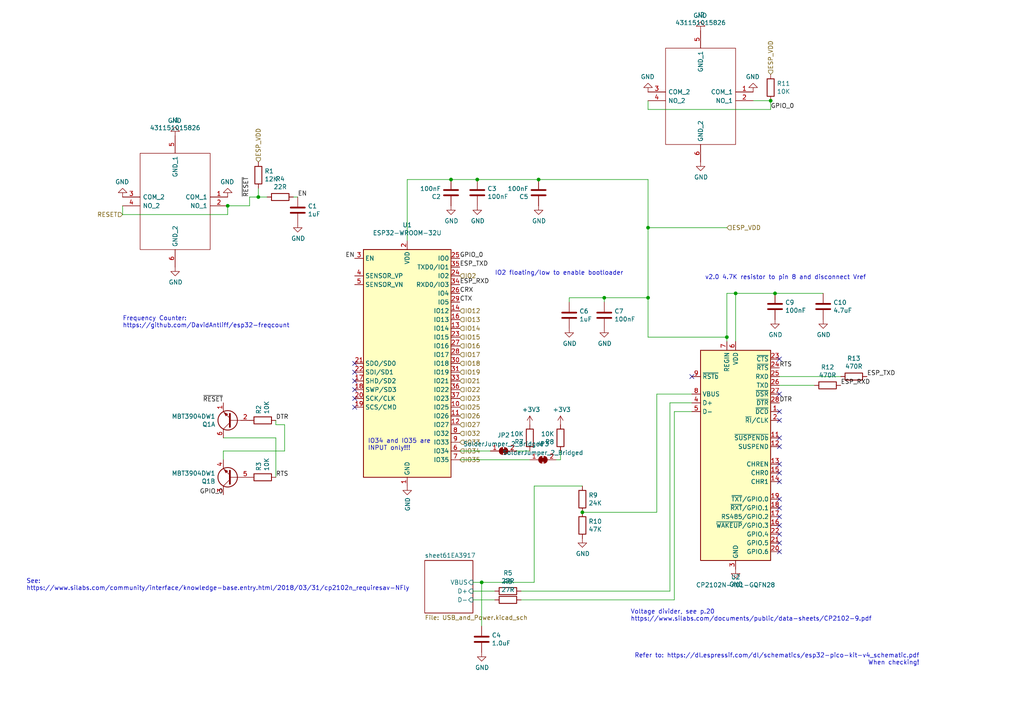
<source format=kicad_sch>
(kicad_sch (version 20211123) (generator eeschema)
  (paper "A4")
  (lib_symbols
    (symbol "Device:C" (pin_numbers hide) (pin_names (offset 0.254))
      (property "Reference" "C" (at 0.635 2.54 0))
      (property "Value" "C" (at 0.635 -2.54 0))
      (symbol "C_0_1"
        (polyline (pts (xy -2.032 -0.762) (xy 2.032 -0.762)) (stroke (width 0.508)))
        (polyline (pts (xy -2.032 0.762) (xy 2.032 0.762)) (stroke (width 0.508)))
      )
      (symbol "C_1_1"
        (pin passive line (at 0 3.81 270) (length 2.794) (name "~") (number "1"))
        (pin passive line (at 0 -3.81 90) (length 2.794) (name "~") (number "2"))
      )
    )
    (symbol "Device:R" (pin_numbers hide) (pin_names (offset 0))
      (property "Reference" "R" (at 2.032 0 90))
      (property "Value" "R" (at 0 0 90))
      (symbol "R_0_1"
        (rectangle (start -1.016 -2.54) (end 1.016 2.54) (stroke (width 0.254)))
      )
      (symbol "R_1_1"
        (pin passive line (at 0 3.81 270) (length 1.27) (name "~") (number "1"))
        (pin passive line (at 0 -3.81 90) (length 1.27) (name "~") (number "2"))
      )
    )
    (symbol "Jumper:SolderJumper_2_Bridged" (pin_names (offset 0) hide)
      (property "Reference" "JP" (at 0 2.032 0))
      (property "Value" "SolderJumper_2_Bridged" (at 0 -2.54 0))
      (symbol "SolderJumper_2_Bridged_0_1"
        (rectangle (start -0.508 0.508) (end 0.508 -0.508) (fill (type outline)))
        (arc (start -0.254 1.016) (mid -1.27 0) (end -0.254 -1.016))
        (arc (start -0.254 1.016) (mid -1.27 0) (end -0.254 -1.016) (fill (type outline)))
        (polyline (pts (xy -0.254 1.016) (xy -0.254 -1.016)))
        (polyline (pts (xy 0.254 1.016) (xy 0.254 -1.016)))
        (arc (start 0.254 -1.016) (mid 1.27 0) (end 0.254 1.016))
        (arc (start 0.254 -1.016) (mid 1.27 0) (end 0.254 1.016) (fill (type outline)))
      )
      (symbol "SolderJumper_2_Bridged_1_1"
        (pin passive line (at -3.81 0 0) (length 2.54) (name "A") (number "1"))
        (pin passive line (at 3.81 0 180) (length 2.54) (name "B") (number "2"))
      )
    )
    (symbol "RF_Module:ESP32-WROOM-32U"
      (property "Reference" "U" (at -12.7 34.29 0))
      (property "Value" "ESP32-WROOM-32U" (at 1.27 34.29 0))
      (symbol "ESP32-WROOM-32U_0_1"
        (rectangle (start -12.7 33.02) (end 12.7 -33.02) (stroke (width 0.254)) (fill (type background)))
      )
      (symbol "ESP32-WROOM-32U_1_1"
        (pin power_in line (at 0 -35.56 90) (length 2.54) (name "GND") (number "1"))
        (pin bidirectional line (at 15.24 -12.7 180) (length 2.54) (name "IO25") (number "10"))
        (pin bidirectional line (at 15.24 -15.24 180) (length 2.54) (name "IO26") (number "11"))
        (pin bidirectional line (at 15.24 -17.78 180) (length 2.54) (name "IO27") (number "12"))
        (pin bidirectional line (at 15.24 10.16 180) (length 2.54) (name "IO14") (number "13"))
        (pin bidirectional line (at 15.24 15.24 180) (length 2.54) (name "IO12") (number "14"))
        (pin passive line (at 0 -35.56 90) (length 2.54) hide (name "GND") (number "15"))
        (pin bidirectional line (at 15.24 12.7 180) (length 2.54) (name "IO13") (number "16"))
        (pin bidirectional line (at -15.24 -5.08 0) (length 2.54) (name "SHD/SD2") (number "17"))
        (pin bidirectional line (at -15.24 -7.62 0) (length 2.54) (name "SWP/SD3") (number "18"))
        (pin bidirectional line (at -15.24 -12.7 0) (length 2.54) (name "SCS/CMD") (number "19"))
        (pin power_in line (at 0 35.56 270) (length 2.54) (name "VDD") (number "2"))
        (pin bidirectional line (at -15.24 -10.16 0) (length 2.54) (name "SCK/CLK") (number "20"))
        (pin bidirectional line (at -15.24 0 0) (length 2.54) (name "SDO/SD0") (number "21"))
        (pin bidirectional line (at -15.24 -2.54 0) (length 2.54) (name "SDI/SD1") (number "22"))
        (pin bidirectional line (at 15.24 7.62 180) (length 2.54) (name "IO15") (number "23"))
        (pin bidirectional line (at 15.24 25.4 180) (length 2.54) (name "IO2") (number "24"))
        (pin bidirectional line (at 15.24 30.48 180) (length 2.54) (name "IO0") (number "25"))
        (pin bidirectional line (at 15.24 20.32 180) (length 2.54) (name "IO4") (number "26"))
        (pin bidirectional line (at 15.24 5.08 180) (length 2.54) (name "IO16") (number "27"))
        (pin bidirectional line (at 15.24 2.54 180) (length 2.54) (name "IO17") (number "28"))
        (pin bidirectional line (at 15.24 17.78 180) (length 2.54) (name "IO5") (number "29"))
        (pin input line (at -15.24 30.48 0) (length 2.54) (name "EN") (number "3"))
        (pin bidirectional line (at 15.24 0 180) (length 2.54) (name "IO18") (number "30"))
        (pin bidirectional line (at 15.24 -2.54 180) (length 2.54) (name "IO19") (number "31"))
        (pin no_connect line (at -12.7 -27.94 0) (length 2.54) hide (name "NC") (number "32"))
        (pin bidirectional line (at 15.24 -5.08 180) (length 2.54) (name "IO21") (number "33"))
        (pin bidirectional line (at 15.24 22.86 180) (length 2.54) (name "RXD0/IO3") (number "34"))
        (pin bidirectional line (at 15.24 27.94 180) (length 2.54) (name "TXD0/IO1") (number "35"))
        (pin bidirectional line (at 15.24 -7.62 180) (length 2.54) (name "IO22") (number "36"))
        (pin bidirectional line (at 15.24 -10.16 180) (length 2.54) (name "IO23") (number "37"))
        (pin passive line (at 0 -35.56 90) (length 2.54) hide (name "GND") (number "38"))
        (pin passive line (at 0 -35.56 90) (length 2.54) hide (name "GND") (number "39"))
        (pin input line (at -15.24 25.4 0) (length 2.54) (name "SENSOR_VP") (number "4"))
        (pin input line (at -15.24 22.86 0) (length 2.54) (name "SENSOR_VN") (number "5"))
        (pin input line (at 15.24 -25.4 180) (length 2.54) (name "IO34") (number "6"))
        (pin input line (at 15.24 -27.94 180) (length 2.54) (name "IO35") (number "7"))
        (pin bidirectional line (at 15.24 -20.32 180) (length 2.54) (name "IO32") (number "8"))
        (pin bidirectional line (at 15.24 -22.86 180) (length 2.54) (name "IO33") (number "9"))
      )
    )
    (symbol "Transistor_BJT:MBT3904DW1" (pin_names (offset 0) hide)
      (property "Reference" "Q" (at 5.08 1.27 0))
      (property "Value" "MBT3904DW1" (at 5.08 -1.27 0))
      (symbol "MBT3904DW1_0_1"
        (polyline (pts (xy 0.635 0) (xy -2.54 0)))
        (polyline (pts (xy 0.635 0.635) (xy 2.54 2.54)))
        (polyline (pts (xy 0.635 -0.635) (xy 2.54 -2.54) (xy 2.54 -2.54)))
        (polyline (pts (xy 0.635 1.905) (xy 0.635 -1.905) (xy 0.635 -1.905)) (stroke (width 0.508)))
        (polyline (pts (xy 1.27 -1.778) (xy 1.778 -1.27) (xy 2.286 -2.286) (xy 1.27 -1.778) (xy 1.27 -1.778)) (fill (type outline)))
        (circle (center 1.27 0) (radius 2.8194) (stroke (width 0.254)))
      )
      (symbol "MBT3904DW1_1_1"
        (pin passive line (at 2.54 -5.08 90) (length 2.54) (name "E1") (number "1"))
        (pin input line (at -5.08 0 0) (length 2.54) (name "B1") (number "2"))
        (pin passive line (at 2.54 5.08 270) (length 2.54) (name "C1") (number "6"))
      )
      (symbol "MBT3904DW1_2_1"
        (pin passive line (at 2.54 5.08 270) (length 2.54) (name "C2") (number "3"))
        (pin passive line (at 2.54 -5.08 90) (length 2.54) (name "E2") (number "4"))
        (pin input line (at -5.08 0 0) (length 2.54) (name "B2") (number "5"))
      )
    )
    (symbol "ecu-interface-rescue:431151015826-SamacSys_Parts" (pin_names (offset 0.762))
      (property "Reference" "J" (at 26.67 17.78 0))
      (property "Value" "431151015826-SamacSys_Parts" (at 26.67 15.24 0))
      (symbol "431151015826-SamacSys_Parts_0_0"
        (pin passive line (at 0 -2.54 0) (length 5.08) (name "COM_1") (number "1"))
        (pin passive line (at 0 0 0) (length 5.08) (name "NO_1") (number "2"))
        (pin passive line (at 30.48 -2.54 180) (length 5.08) (name "COM_2") (number "3"))
        (pin passive line (at 30.48 0 180) (length 5.08) (name "NO_2") (number "4"))
        (pin passive line (at 15.24 -20.32 90) (length 5.08) (name "GND_1") (number "5"))
        (pin passive line (at 15.24 17.78 270) (length 5.08) (name "GND_2") (number "6"))
      )
      (symbol "431151015826-SamacSys_Parts_0_1"
        (polyline (pts (xy 5.08 12.7) (xy 25.4 12.7) (xy 25.4 -15.24) (xy 5.08 -15.24) (xy 5.08 12.7)) (stroke (width 0.1524)))
      )
    )
    (symbol "ecu-interface-rescue:CP2102N-A01-GQFN28-Interface_USB"
      (property "Reference" "U" (at -7.62 31.75 0))
      (property "Value" "CP2102N-A01-GQFN28-Interface_USB" (at 26.67 31.75 0))
      (symbol "CP2102N-A01-GQFN28-Interface_USB_0_1"
        (rectangle (start -10.16 30.48) (end 10.16 -30.48) (stroke (width 0.254)) (fill (type background)))
      )
      (symbol "CP2102N-A01-GQFN28-Interface_USB_1_1"
        (pin input line (at 12.7 12.7 180) (length 2.54) (name "~{DCD}") (number "1"))
        (pin no_connect line (at -10.16 -10.16 0) (length 2.54) hide (name "NC") (number "10"))
        (pin output line (at 12.7 5.08 180) (length 2.54) (name "~{SUSPENDb}") (number "11"))
        (pin output line (at 12.7 2.54 180) (length 2.54) (name "SUSPEND") (number "12"))
        (pin output line (at 12.7 -2.54 180) (length 2.54) (name "CHREN") (number "13"))
        (pin output line (at 12.7 -7.62 180) (length 2.54) (name "CHR1") (number "14"))
        (pin output line (at 12.7 -5.08 180) (length 2.54) (name "CHR0") (number "15"))
        (pin bidirectional line (at 12.7 -20.32 180) (length 2.54) (name "~{WAKEUP}/GPIO.3") (number "16"))
        (pin bidirectional line (at 12.7 -17.78 180) (length 2.54) (name "RS485/GPIO.2") (number "17"))
        (pin bidirectional line (at 12.7 -15.24 180) (length 2.54) (name "~{RXT}/GPIO.1") (number "18"))
        (pin bidirectional line (at 12.7 -12.7 180) (length 2.54) (name "~{TXT}/GPIO.0") (number "19"))
        (pin bidirectional line (at 12.7 10.16 180) (length 2.54) (name "~{RI}/CLK") (number "2"))
        (pin bidirectional line (at 12.7 -27.94 180) (length 2.54) (name "GPIO.6") (number "20"))
        (pin bidirectional line (at 12.7 -25.4 180) (length 2.54) (name "GPIO.5") (number "21"))
        (pin bidirectional line (at 12.7 -22.86 180) (length 2.54) (name "GPIO.4") (number "22"))
        (pin input line (at 12.7 27.94 180) (length 2.54) (name "~{CTS}") (number "23"))
        (pin output line (at 12.7 25.4 180) (length 2.54) (name "~{RTS}") (number "24"))
        (pin input line (at 12.7 22.86 180) (length 2.54) (name "RXD") (number "25"))
        (pin output line (at 12.7 20.32 180) (length 2.54) (name "TXD") (number "26"))
        (pin input line (at 12.7 17.78 180) (length 2.54) (name "~{DSR}") (number "27"))
        (pin output line (at 12.7 15.24 180) (length 2.54) (name "~{DTR}") (number "28"))
        (pin passive line (at 0 -33.02 90) (length 2.54) hide (name "GND") (number "29"))
        (pin power_in line (at 0 -33.02 90) (length 2.54) (name "GND") (number "3"))
        (pin bidirectional line (at -12.7 15.24 0) (length 2.54) (name "D+") (number "4"))
        (pin bidirectional line (at -12.7 12.7 0) (length 2.54) (name "D-") (number "5"))
        (pin passive line (at 0 33.02 270) (length 2.54) (name "VDD") (number "6"))
        (pin power_in line (at -2.54 33.02 270) (length 2.54) (name "REGIN") (number "7"))
        (pin input line (at -12.7 17.78 0) (length 2.54) (name "VBUS") (number "8"))
        (pin input line (at -12.7 22.86 0) (length 2.54) (name "~{RSTb}") (number "9"))
      )
    )
    (symbol "power:+3.3V" (power) (pin_names (offset 0))
      (property "Value" "+3.3V" (at 0 3.556 0))
      (symbol "+3.3V_0_1"
        (polyline (pts (xy -0.762 1.27) (xy 0 2.54)))
        (polyline (pts (xy 0 0) (xy 0 2.54)))
        (polyline (pts (xy 0 2.54) (xy 0.762 1.27)))
      )
      (symbol "+3.3V_1_1"
        (pin power_in line (at 0 0 90) (length 0) hide (name "+3V3") (number "1"))
      )
    )
    (symbol "power:GND" (power) (pin_names (offset 0))
      (property "Value" "GND" (at 0 -3.81 0))
      (symbol "GND_0_1"
        (polyline (pts (xy 0 0) (xy 0 -1.27) (xy 1.27 -1.27) (xy 0 -2.54) (xy -1.27 -1.27) (xy 0 -1.27)))
      )
      (symbol "GND_1_1"
        (pin power_in line (at 0 0 270) (length 0) hide (name "GND") (number "1"))
      )
    )
  )
  (junction (at 224.79 85.09))
  (junction (at 210.82 97.79))
  (junction (at 175.26 86.36))
  (junction (at 187.96 66.04))
  (junction (at 168.91 148.59))
  (junction (at 187.96 86.36))
  (junction (at 130.81 52.07))
  (junction (at 66.04 59.69))
  (junction (at 74.93 57.15))
  (junction (at 138.43 52.07))
  (junction (at 223.52 29.21))
  (junction (at 139.7 168.91))
  (junction (at 156.21 52.07))
  (junction (at 213.36 85.09))
  (no_connect (at 200.66 109.22))
  (no_connect (at 226.06 144.78))
  (no_connect (at 226.06 149.86))
  (no_connect (at 102.87 113.03))
  (no_connect (at 226.06 147.32))
  (no_connect (at 226.06 114.3))
  (no_connect (at 226.06 121.92))
  (no_connect (at 226.06 119.38))
  (no_connect (at 226.06 137.16))
  (no_connect (at 226.06 134.62))
  (no_connect (at 102.87 105.41))
  (no_connect (at 102.87 110.49))
  (no_connect (at 226.06 129.54))
  (no_connect (at 226.06 127))
  (no_connect (at 226.06 139.7))
  (no_connect (at 226.06 157.48))
  (no_connect (at 102.87 118.11))
  (no_connect (at 226.06 154.94))
  (no_connect (at 226.06 104.14))
  (no_connect (at 226.06 152.4))
  (no_connect (at 102.87 115.57))
  (no_connect (at 102.87 107.95))
  (no_connect (at 226.06 160.02))
  (wire (pts (xy 154.94 140.97) (xy 154.94 168.91)))
  (wire (pts (xy 161.29 133.35) (xy 162.56 133.35)))
  (wire (pts (xy 139.7 168.91) (xy 154.94 168.91)))
  (wire (pts (xy 175.26 86.36) (xy 187.96 86.36)))
  (wire (pts (xy 195.58 119.38) (xy 195.58 173.99)))
  (wire (pts (xy 187.96 86.36) (xy 187.96 97.79)))
  (wire (pts (xy 187.96 66.04) (xy 210.82 66.04)))
  (wire (pts (xy 66.04 62.23) (xy 66.04 59.69)))
  (wire (pts (xy 190.5 148.59) (xy 190.5 114.3)))
  (wire (pts (xy 168.91 148.59) (xy 190.5 148.59)))
  (wire (pts (xy 187.96 66.04) (xy 187.96 86.36)))
  (wire (pts (xy 226.06 109.22) (xy 243.84 109.22)))
  (wire (pts (xy 187.96 31.75) (xy 223.52 31.75)))
  (wire (pts (xy 223.52 31.75) (xy 223.52 29.21)))
  (wire (pts (xy 133.35 130.81) (xy 142.24 130.81)))
  (wire (pts (xy 138.43 52.07) (xy 130.81 52.07)))
  (wire (pts (xy 154.94 140.97) (xy 168.91 140.97)))
  (wire (pts (xy 162.56 133.35) (xy 162.56 130.81)))
  (wire (pts (xy 210.82 85.09) (xy 213.36 85.09)))
  (wire (pts (xy 151.13 171.45) (xy 194.31 171.45)))
  (wire (pts (xy 210.82 85.09) (xy 210.82 97.79)))
  (wire (pts (xy 190.5 114.3) (xy 200.66 114.3)))
  (wire (pts (xy 187.96 29.21) (xy 187.96 31.75)))
  (wire (pts (xy 80.01 127) (xy 80.01 138.43)))
  (wire (pts (xy 187.96 52.07) (xy 187.96 66.04)))
  (wire (pts (xy 149.86 130.81) (xy 153.67 130.81)))
  (wire (pts (xy 187.96 97.79) (xy 210.82 97.79)))
  (wire (pts (xy 224.79 85.09) (xy 213.36 85.09)))
  (wire (pts (xy 238.76 85.09) (xy 224.79 85.09)))
  (wire (pts (xy 72.39 59.69) (xy 72.39 57.15)))
  (wire (pts (xy 82.55 123.19) (xy 80.01 123.19)))
  (wire (pts (xy 194.31 116.84) (xy 200.66 116.84)))
  (wire (pts (xy 151.13 173.99) (xy 195.58 173.99)))
  (wire (pts (xy 137.16 173.99) (xy 143.51 173.99)))
  (wire (pts (xy 35.56 59.69) (xy 35.56 62.23)))
  (wire (pts (xy 74.93 54.61) (xy 74.93 57.15)))
  (wire (pts (xy 64.77 133.35) (xy 64.77 130.81)))
  (wire (pts (xy 223.52 29.21) (xy 218.44 29.21)))
  (wire (pts (xy 74.93 57.15) (xy 77.47 57.15)))
  (wire (pts (xy 165.1 86.36) (xy 165.1 87.63)))
  (wire (pts (xy 64.77 130.81) (xy 82.55 130.81)))
  (wire (pts (xy 118.11 52.07) (xy 118.11 69.85)))
  (wire (pts (xy 137.16 168.91) (xy 139.7 168.91)))
  (wire (pts (xy 80.01 123.19) (xy 80.01 121.92)))
  (wire (pts (xy 139.7 168.91) (xy 139.7 181.61)))
  (wire (pts (xy 35.56 62.23) (xy 66.04 62.23)))
  (wire (pts (xy 133.35 133.35) (xy 153.67 133.35)))
  (wire (pts (xy 138.43 52.07) (xy 156.21 52.07)))
  (wire (pts (xy 66.04 59.69) (xy 72.39 59.69)))
  (wire (pts (xy 64.77 127) (xy 80.01 127)))
  (wire (pts (xy 175.26 86.36) (xy 175.26 87.63)))
  (wire (pts (xy 236.22 111.76) (xy 226.06 111.76)))
  (wire (pts (xy 210.82 97.79) (xy 210.82 99.06)))
  (wire (pts (xy 175.26 86.36) (xy 165.1 86.36)))
  (wire (pts (xy 200.66 119.38) (xy 195.58 119.38)))
  (wire (pts (xy 156.21 52.07) (xy 187.96 52.07)))
  (wire (pts (xy 194.31 171.45) (xy 194.31 116.84)))
  (wire (pts (xy 72.39 57.15) (xy 74.93 57.15)))
  (wire (pts (xy 82.55 130.81) (xy 82.55 123.19)))
  (wire (pts (xy 85.09 57.15) (xy 86.36 57.15)))
  (wire (pts (xy 213.36 85.09) (xy 213.36 99.06)))
  (wire (pts (xy 130.81 52.07) (xy 118.11 52.07)))
  (wire (pts (xy 137.16 171.45) (xy 143.51 171.45)))
  (text "Voltage divider, see p.20\nhttps://www.silabs.com/documents/public/data-sheets/CP2102-9.pdf" (at 182.88 180.34 0) (effects (font (size 1.27 1.27)) (justify left bottom)))
  (text "IO34 and IO35 are \nINPUT only!!!" (at 106.68 130.81 0) (effects (font (size 1.27 1.27)) (justify left bottom)))
  (text "IO2 floating/low to enable bootloader" (at 143.51 80.01 0) (effects (font (size 1.27 1.27)) (justify left bottom)))
  (text "Refer to: https://dl.espressif.com/dl/schematics/esp32-pico-kit-v4_schematic.pdf\nWhen checking!" (at 266.7 193.04 0) (effects (font (size 1.27 1.27)) (justify right bottom)))
  (text "v2.0 4.7K resistor to pin 8 and disconnect Vref" (at 204.47 81.28 0) (effects (font (size 1.27 1.27)) (justify left bottom)))
  (text "Frequency Counter:\nhttps://github.com/DavidAntliff/esp32-freqcount" (at 35.56 95.25 0) (effects (font (size 1.27 1.27)) (justify left bottom)))
  (text "See:\nhttps://www.silabs.com/community/interface/knowledge-base.entry.html/2018/03/31/cp2102n_requiresav-NFly" (at 7.62 171.45 0) (effects (font (size 1.27 1.27)) (justify left bottom)))
  (label "CTX" (at 133.35 87.63 0))
  (label "~{RESET}" (at 72.39 57.15 90))
  (label "RTS" (at 226.06 106.68 0))
  (label "GPIO_0" (at 133.35 74.93 0))
  (label "GPIO_0" (at 64.77 143.51 180))
  (label "GPIO_0" (at 223.52 31.75 0))
  (label "DTR" (at 80.01 121.92 0))
  (label "CRX" (at 133.35 85.09 0))
  (label "~{RESET}" (at 64.77 116.84 180))
  (label "EN" (at 86.36 57.15 0))
  (label "ESP_RXD" (at 133.35 82.55 0))
  (label "DTR" (at 226.06 116.84 0))
  (label "ESP_RXD" (at 243.84 111.76 0))
  (label "ESP_TXD" (at 251.46 109.22 0))
  (label "ESP_TXD" (at 133.35 77.47 0))
  (label "EN" (at 102.87 74.93 180))
  (label "RTS" (at 80.01 138.43 0))
  (hierarchical_label "IO33" (shape input) (at 133.35 128.27 0))
  (hierarchical_label "ESP_VDD" (shape input) (at 74.93 46.99 90))
  (hierarchical_label "IO16" (shape input) (at 133.35 100.33 0))
  (hierarchical_label "IO2" (shape input) (at 133.35 80.01 0))
  (hierarchical_label "ESP_VDD" (shape input) (at 223.52 21.59 90))
  (hierarchical_label "IO19" (shape input) (at 133.35 107.95 0))
  (hierarchical_label "IO22" (shape input) (at 133.35 113.03 0))
  (hierarchical_label "IO18" (shape input) (at 133.35 105.41 0))
  (hierarchical_label "IO26" (shape input) (at 133.35 120.65 0))
  (hierarchical_label "IO12" (shape input) (at 133.35 90.17 0))
  (hierarchical_label "IO13" (shape input) (at 133.35 92.71 0))
  (hierarchical_label "RESET" (shape input) (at 35.56 62.23 180))
  (hierarchical_label "IO21" (shape input) (at 133.35 110.49 0))
  (hierarchical_label "IO14" (shape input) (at 133.35 95.25 0))
  (hierarchical_label "IO23" (shape input) (at 133.35 115.57 0))
  (hierarchical_label "IO32" (shape input) (at 133.35 125.73 0))
  (hierarchical_label "IO25" (shape input) (at 133.35 118.11 0))
  (hierarchical_label "ESP_VDD" (shape input) (at 210.82 66.04 0))
  (hierarchical_label "IO27" (shape input) (at 133.35 123.19 0))
  (hierarchical_label "IO34" (shape input) (at 133.35 130.81 0))
  (hierarchical_label "IO17" (shape input) (at 133.35 102.87 0))
  (hierarchical_label "IO15" (shape input) (at 133.35 97.79 0))
  (hierarchical_label "IO35" (shape input) (at 133.35 133.35 0))
  (symbol (lib_id "ecu-interface-rescue:431151015826-SamacSys_Parts") (at 218.44 29.21 180) (unit 1)
    (property "Reference" "J2" (at 203.2 4.2926 0))
    (property "Value" "431151015826" (at 203.2 6.604 0))
    (property "Footprint" "SamacSys_Parts:431151015826" (effects hide))
    (property "Datasheet" "https://componentsearchengine.com/Datasheets/2/431151015826.pdf" (effects hide))
    (property "Description" "White Tactile Tactile Switch, NO 20 mA 0.3mm Surface Mount" (effects hide))
    (property "Height" "1.6" (effects hide))
    (property "Mouser Part Number" "710-431151015826" (effects hide))
    (property "Mouser Price/Stock" "https://www.mouser.co.uk/ProductDetail/Wurth-Elektronik/431151015826?qs=wr8lucFkNMWt0fEnpc%252BesA%3D%3D" (effects hide))
    (property "Manufacturer_Name" "Wurth Elektronik" (effects hide))
    (property "Manufacturer_Part_Number" "431151015826" (effects hide))
    (property "LCSC" " C318884" (effects hide))
  )
  (symbol (lib_id "power:GND") (at 203.2 8.89 180) (unit 1)
    (property "Reference" "#PWR0110" (effects hide))
    (property "Value" "GND" (at 203.073 4.4958 0))
  )
  (symbol (lib_id "power:GND") (at 187.96 26.67 180) (unit 1)
    (property "Reference" "#PWR0111" (effects hide))
    (property "Value" "GND" (at 187.833 22.2758 0))
  )
  (symbol (lib_id "power:GND") (at 203.2 46.99 0) (unit 1)
    (property "Reference" "#PWR0112" (effects hide))
    (property "Value" "GND" (at 203.327 51.3842 0))
  )
  (symbol (lib_id "Device:R") (at 223.52 25.4 0) (unit 1)
    (property "Reference" "R11" (at 225.298 24.2316 0) (effects (justify left)))
    (property "Value" "10K" (at 225.298 26.543 0) (effects (justify left)))
    (property "Footprint" "Resistor_SMD:R_0603_1608Metric" (effects hide))
    (property "LCSC" " C25804" (effects hide))
  )
  (symbol (lib_id "power:GND") (at 218.44 26.67 180) (unit 1)
    (property "Reference" "#PWR0113" (effects hide))
    (property "Value" "GND" (at 218.313 22.2758 0))
  )
  (symbol (lib_id "power:GND") (at 118.11 140.97 0) (unit 1)
    (property "Reference" "#PWR0118" (effects hide))
    (property "Value" "GND" (at 118.237 144.2212 90) (effects (justify right)))
  )
  (symbol (lib_id "Device:C") (at 224.79 88.9 0) (unit 1)
    (property "Reference" "C9" (at 227.711 87.7316 0) (effects (justify left)))
    (property "Value" "100nF" (at 227.711 90.043 0) (effects (justify left)))
    (property "Footprint" "Capacitor_SMD:C_0805_2012Metric" (effects hide))
    (property "LCSC" "C49678" (effects hide))
  )
  (symbol (lib_id "power:GND") (at 224.79 92.71 0) (unit 1)
    (property "Reference" "#PWR0123" (effects hide))
    (property "Value" "GND" (at 224.917 97.1042 0))
  )
  (symbol (lib_id "Device:C") (at 238.76 88.9 0) (unit 1)
    (property "Reference" "C10" (at 241.681 87.7316 0) (effects (justify left)))
    (property "Value" "4.7uF" (at 241.681 90.043 0) (effects (justify left)))
    (property "Footprint" "Capacitor_SMD:C_0603_1608Metric" (effects hide))
    (property "LCSC" "C19666" (effects hide))
  )
  (symbol (lib_id "power:GND") (at 238.76 92.71 0) (unit 1)
    (property "Reference" "#PWR0124" (effects hide))
    (property "Value" "GND" (at 238.887 97.1042 0))
  )
  (symbol (lib_id "RF_Module:ESP32-WROOM-32U") (at 118.11 105.41 0) (unit 1)
    (property "Reference" "U1" (at 118.11 65.2526 0))
    (property "Value" "ESP32-WROOM-32U" (at 118.11 67.564 0))
    (property "Footprint" "RF_Module:ESP32-WROOM-32" (effects hide))
    (property "Datasheet" "https://www.espressif.com/sites/default/files/documentation/esp32-wroom-32d_esp32-wroom-32u_datasheet_en.pdf" (effects hide))
    (property "LCSC" "C82899" (effects hide))
  )
  (symbol (lib_id "Device:R") (at 153.67 127 180) (unit 1)
    (property "Reference" "R7" (at 151.892 128.1684 0) (effects (justify left)))
    (property "Value" "10K" (at 151.892 125.857 0) (effects (justify left)))
    (property "Footprint" "Resistor_SMD:R_0603_1608Metric" (effects hide))
    (property "LCSC" " C25804" (effects hide))
  )
  (symbol (lib_id "Device:R") (at 162.56 127 180) (unit 1)
    (property "Reference" "R8" (at 160.782 128.1684 0) (effects (justify left)))
    (property "Value" "10K" (at 160.782 125.857 0) (effects (justify left)))
    (property "Footprint" "Resistor_SMD:R_0603_1608Metric" (effects hide))
    (property "LCSC" " C25804" (effects hide))
  )
  (symbol (lib_id "Device:C") (at 175.26 91.44 0) (unit 1)
    (property "Reference" "C7" (at 178.181 90.2716 0) (effects (justify left)))
    (property "Value" "100nF" (at 178.181 92.583 0) (effects (justify left)))
    (property "Footprint" "Capacitor_SMD:C_0805_2012Metric" (effects hide))
    (property "LCSC" "C49678" (effects hide))
  )
  (symbol (lib_id "power:GND") (at 175.26 95.25 0) (unit 1)
    (property "Reference" "#PWR0119" (effects hide))
    (property "Value" "GND" (at 175.387 99.6442 0))
  )
  (symbol (lib_id "Device:R") (at 168.91 144.78 0) (unit 1)
    (property "Reference" "R9" (at 170.688 143.6116 0) (effects (justify left)))
    (property "Value" "24K" (at 170.688 145.923 0) (effects (justify left)))
    (property "Footprint" "Resistor_SMD:R_0402_1005Metric" (effects hide))
    (property "LCSC" "C25769" (effects hide))
  )
  (symbol (lib_id "Device:R") (at 168.91 152.4 0) (unit 1)
    (property "Reference" "R10" (at 170.688 151.2316 0) (effects (justify left)))
    (property "Value" "47K" (at 170.688 153.543 0) (effects (justify left)))
    (property "Footprint" "Resistor_SMD:R_0402_1005Metric" (effects hide))
    (property "LCSC" "C25792" (effects hide))
  )
  (symbol (lib_id "power:GND") (at 168.91 156.21 0) (unit 1)
    (property "Reference" "#PWR0121" (effects hide))
    (property "Value" "GND" (at 169.037 160.6042 0))
  )
  (symbol (lib_id "Device:C") (at 165.1 91.44 0) (unit 1)
    (property "Reference" "C6" (at 168.021 90.2716 0) (effects (justify left)))
    (property "Value" "1uF" (at 168.021 92.583 0) (effects (justify left)))
    (property "Footprint" "Capacitor_SMD:C_0805_2012Metric" (effects hide))
    (property "LCSC" "C28323" (effects hide))
  )
  (symbol (lib_id "power:GND") (at 165.1 95.25 0) (unit 1)
    (property "Reference" "#PWR0122" (effects hide))
    (property "Value" "GND" (at 165.227 99.6442 0))
  )
  (symbol (lib_id "power:GND") (at 139.7 189.23 0) (unit 1)
    (property "Reference" "#PWR0120" (effects hide))
    (property "Value" "GND" (at 139.827 193.6242 0))
  )
  (symbol (lib_id "Device:R") (at 74.93 50.8 0) (unit 1)
    (property "Reference" "R1" (at 76.708 49.6316 0) (effects (justify left)))
    (property "Value" "12K" (at 76.708 51.943 0) (effects (justify left)))
    (property "Footprint" "Resistor_SMD:R_0603_1608Metric" (effects hide))
    (property "LCSC" "C22790" (effects hide))
  )
  (symbol (lib_id "Device:C") (at 86.36 60.96 0) (unit 1)
    (property "Reference" "C1" (at 89.281 59.7916 0) (effects (justify left)))
    (property "Value" "1uF" (at 89.281 62.103 0) (effects (justify left)))
    (property "Footprint" "Capacitor_SMD:C_0805_2012Metric" (effects hide))
    (property "LCSC" "C28323" (effects hide))
  )
  (symbol (lib_id "power:GND") (at 86.36 64.77 0) (unit 1)
    (property "Reference" "#PWR0101" (effects hide))
    (property "Value" "GND" (at 86.487 69.1642 0))
  )
  (symbol (lib_id "power:GND") (at 50.8 77.47 0) (unit 1)
    (property "Reference" "#PWR0102" (effects hide))
    (property "Value" "GND" (at 50.927 81.8642 0))
  )
  (symbol (lib_id "power:GND") (at 50.8 39.37 180) (unit 1)
    (property "Reference" "#PWR0103" (effects hide))
    (property "Value" "GND" (at 50.673 34.9758 0))
  )
  (symbol (lib_id "power:GND") (at 66.04 57.15 180) (unit 1)
    (property "Reference" "#PWR0104" (effects hide))
    (property "Value" "GND" (at 65.913 52.7558 0))
  )
  (symbol (lib_id "power:GND") (at 35.56 57.15 180) (unit 1)
    (property "Reference" "#PWR0105" (effects hide))
    (property "Value" "GND" (at 35.433 52.7558 0))
  )
  (symbol (lib_id "Device:C") (at 156.21 55.88 180) (unit 1)
    (property "Reference" "C5" (at 153.289 57.0484 0) (effects (justify left)))
    (property "Value" "100nF" (at 153.289 54.737 0) (effects (justify left)))
    (property "Footprint" "Capacitor_SMD:C_0805_2012Metric" (effects hide))
    (property "LCSC" "C49678" (effects hide))
  )
  (symbol (lib_id "power:GND") (at 138.43 59.69 0) (unit 1)
    (property "Reference" "#PWR0106" (effects hide))
    (property "Value" "GND" (at 138.557 64.0842 0))
  )
  (symbol (lib_id "Device:C") (at 130.81 55.88 180) (unit 1)
    (property "Reference" "C2" (at 127.889 57.0484 0) (effects (justify left)))
    (property "Value" "100nF" (at 127.889 54.737 0) (effects (justify left)))
    (property "Footprint" "Capacitor_SMD:C_0805_2012Metric" (effects hide))
    (property "LCSC" "C49678" (effects hide))
  )
  (symbol (lib_id "power:GND") (at 156.21 59.69 0) (unit 1)
    (property "Reference" "#PWR0107" (effects hide))
    (property "Value" "GND" (at 156.337 64.0842 0))
  )
  (symbol (lib_id "Device:C") (at 138.43 55.88 0) (unit 1)
    (property "Reference" "C3" (at 141.351 54.7116 0) (effects (justify left)))
    (property "Value" "100nF" (at 141.351 57.023 0) (effects (justify left)))
    (property "Footprint" "Capacitor_SMD:C_0805_2012Metric" (effects hide))
    (property "LCSC" "C49678" (effects hide))
  )
  (symbol (lib_id "power:GND") (at 130.81 59.69 0) (unit 1)
    (property "Reference" "#PWR0108" (effects hide))
    (property "Value" "GND" (at 130.937 64.0842 0))
  )
  (symbol (lib_id "ecu-interface-rescue:431151015826-SamacSys_Parts") (at 66.04 59.69 180) (unit 1)
    (property "Reference" "J1" (at 50.8 34.7726 0))
    (property "Value" "431151015826" (at 50.8 37.084 0))
    (property "Footprint" "SamacSys_Parts:431151015826" (effects hide))
    (property "Datasheet" "https://componentsearchengine.com/Datasheets/2/431151015826.pdf" (effects hide))
    (property "Description" "White Tactile Tactile Switch, NO 20 mA 0.3mm Surface Mount" (effects hide))
    (property "Height" "1.6" (effects hide))
    (property "Mouser Part Number" "710-431151015826" (effects hide))
    (property "Mouser Price/Stock" "https://www.mouser.co.uk/ProductDetail/Wurth-Elektronik/431151015826?qs=wr8lucFkNMWt0fEnpc%252BesA%3D%3D" (effects hide))
    (property "Manufacturer_Name" "Wurth Elektronik" (effects hide))
    (property "Manufacturer_Part_Number" "431151015826" (effects hide))
    (property "LCSC" " C318884" (effects hide))
  )
  (symbol (lib_id "ecu-interface-rescue:CP2102N-A01-GQFN28-Interface_USB") (at 213.36 132.08 0) (unit 1)
    (property "Reference" "U2" (at 213.36 167.3606 0))
    (property "Value" "CP2102N-A01-GQFN28" (at 213.36 169.672 0))
    (property "Footprint" "Package_DFN_QFN:QFN-28-1EP_5x5mm_P0.5mm_EP3.35x3.35mm" (effects hide))
    (property "Datasheet" "https://www.silabs.com/documents/public/data-sheets/cp2102n-datasheet.pdf" (effects hide))
    (property "LCSC" "C6568" (effects hide))
  )
  (symbol (lib_id "power:GND") (at 213.36 165.1 0) (unit 1)
    (property "Reference" "#PWR0109" (effects hide))
    (property "Value" "GND" (at 213.487 169.4942 0))
  )
  (symbol (lib_id "Device:R") (at 247.65 109.22 270) (unit 1)
    (property "Reference" "R13" (at 247.65 103.9622 90))
    (property "Value" "470R" (at 247.65 106.2736 90))
    (property "Footprint" "Resistor_SMD:R_0603_1608Metric" (effects hide))
    (property "LCSC" "C23179" (effects hide))
  )
  (symbol (lib_id "Device:R") (at 240.03 111.76 270) (unit 1)
    (property "Reference" "R12" (at 240.03 106.5022 90))
    (property "Value" "470R" (at 240.03 108.8136 90))
    (property "Footprint" "Resistor_SMD:R_0603_1608Metric" (effects hide))
    (property "LCSC" "C23179" (effects hide))
  )
  (symbol (lib_id "Device:R") (at 81.28 57.15 270) (unit 1)
    (property "Reference" "R4" (at 81.28 51.8922 90))
    (property "Value" "22R" (at 81.28 54.2036 90))
    (property "Footprint" "Resistor_SMD:R_0603_1608Metric" (effects hide))
    (property "LCSC" "C23345" (effects hide))
  )
  (symbol (lib_id "Transistor_BJT:MBT3904DW1") (at 67.31 121.92 180) (unit 1)
    (property "Reference" "Q1" (at 62.484 123.0884 0) (effects (justify left)))
    (property "Value" "MBT3904DW1" (at 62.484 120.777 0) (effects (justify left)))
    (property "Footprint" "Package_TO_SOT_SMD:SOT-363_SC-70-6" (effects hide))
    (property "Datasheet" "http://www.onsemi.com/pub_link/Collateral/MBT3904DW1T1-D.PDF" (effects hide))
    (property "LCSC" "C896759" (effects hide))
  )
  (symbol (lib_id "Transistor_BJT:MBT3904DW1") (at 67.31 138.43 180) (unit 2)
    (property "Reference" "Q1" (at 62.484 139.5984 0) (effects (justify left)))
    (property "Value" "MBT3904DW1" (at 62.484 137.287 0) (effects (justify left)))
    (property "Footprint" "Package_TO_SOT_SMD:SOT-363_SC-70-6" (effects hide))
    (property "Datasheet" "http://www.onsemi.com/pub_link/Collateral/MBT3904DW1T1-D.PDF" (effects hide))
    (property "LCSC" "C896759" (effects hide))
  )
  (symbol (lib_id "Device:R") (at 76.2 121.92 90) (unit 1)
    (property "Reference" "R2" (at 75.0316 120.142 0) (effects (justify left)))
    (property "Value" "10K" (at 77.343 120.142 0) (effects (justify left)))
    (property "Footprint" "Resistor_SMD:R_0603_1608Metric" (effects hide))
    (property "LCSC" " C25804" (effects hide))
  )
  (symbol (lib_id "Device:R") (at 76.2 138.43 90) (unit 1)
    (property "Reference" "R3" (at 75.0316 136.652 0) (effects (justify left)))
    (property "Value" "10K" (at 77.343 136.652 0) (effects (justify left)))
    (property "Footprint" "Resistor_SMD:R_0603_1608Metric" (effects hide))
    (property "LCSC" " C25804" (effects hide))
  )
  (symbol (lib_id "power:+3.3V") (at 153.67 123.19 0) (unit 1)
    (property "Reference" "#PWR0125" (effects hide))
    (property "Value" "+3.3V" (at 154.051 118.7958 0))
  )
  (symbol (lib_id "power:+3.3V") (at 162.56 123.19 0) (unit 1)
    (property "Reference" "#PWR0126" (effects hide))
    (property "Value" "+3.3V" (at 162.941 118.7958 0))
  )
  (symbol (lib_id "Device:R") (at 147.32 171.45 270) (unit 1)
    (property "Reference" "R5" (at 147.32 166.1922 90))
    (property "Value" "27R" (at 147.32 168.5036 90))
    (property "Footprint" "Resistor_SMD:R_0603_1608Metric" (effects hide))
    (property "LCSC" "C22966" (effects hide))
  )
  (symbol (lib_id "Device:R") (at 147.32 173.99 270) (unit 1)
    (property "Reference" "R6" (at 147.32 168.7322 90))
    (property "Value" "27R" (at 147.32 171.0436 90))
    (property "Footprint" "Resistor_SMD:R_0603_1608Metric" (effects hide))
    (property "LCSC" "C22966" (effects hide))
  )
  (symbol (lib_id "Device:C") (at 139.7 185.42 0) (unit 1)
    (property "Reference" "C4" (at 142.621 184.2516 0) (effects (justify left)))
    (property "Value" "1.0uF" (at 142.621 186.563 0) (effects (justify left)))
    (property "Footprint" "Capacitor_SMD:C_0805_2012Metric" (effects hide))
    (property "LCSC" "C28323" (effects hide))
  )
  (symbol (lib_id "Jumper:SolderJumper_2_Bridged") (at 157.48 133.35 0) (unit 1)
    (property "Reference" "JP3" (at 157.48 128.7612 0))
    (property "Value" "SolderJumper_2_Bridged" (at 157.48 131.2981 0))
    (property "Footprint" "Jumper:SolderJumper-2_P1.3mm_Bridged_RoundedPad1.0x1.5mm" (effects hide))
  )
  (symbol (lib_id "Jumper:SolderJumper_2_Bridged") (at 146.05 130.81 0) (unit 1)
    (property "Reference" "JP2" (at 146.05 126.2212 0))
    (property "Value" "SolderJumper_2_Bridged" (at 146.05 128.7581 0))
    (property "Footprint" "Jumper:SolderJumper-2_P1.3mm_Open_RoundedPad1.0x1.5mm" (effects hide))
  )
  (sheet (at 123.19 162.56) (size 13.97 15.24)
    (property "Sheet name" "sheet61EA3917" (at 123.19 161.8484 0) (effects (justify left bottom)))
    (property "Sheet file" "USB_and_Power.kicad_sch" (at 123.19 178.3846 0) (effects (justify left top)))
    (pin "D+" input (at 137.16 171.45 0))
    (pin "D-" input (at 137.16 173.99 0))
    (pin "VBUS" input (at 137.16 168.91 0))
  )
)
</source>
